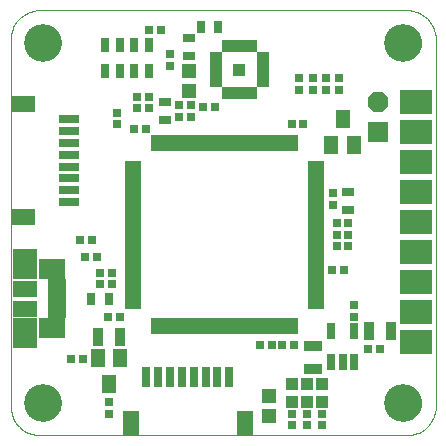
<source format=gts>
G75*
G70*
%OFA0B0*%
%FSLAX24Y24*%
%IPPOS*%
%LPD*%
%AMOC8*
5,1,8,0,0,1.08239X$1,22.5*
%
%ADD10C,0.0000*%
%ADD11C,0.1261*%
%ADD12R,0.0316X0.0513*%
%ADD13R,0.0277X0.0316*%
%ADD14R,0.0395X0.0194*%
%ADD15R,0.0194X0.0395*%
%ADD16R,0.0394X0.0394*%
%ADD17R,0.0316X0.0434*%
%ADD18R,0.0434X0.0316*%
%ADD19R,0.0316X0.0277*%
%ADD20R,0.0300X0.0580*%
%ADD21R,0.0474X0.0631*%
%ADD22R,0.0690X0.0316*%
%ADD23R,0.0789X0.0552*%
%ADD24R,0.1080X0.0830*%
%ADD25R,0.0356X0.0592*%
%ADD26R,0.0592X0.0356*%
%ADD27R,0.0623X0.0257*%
%ADD28R,0.0907X0.0661*%
%ADD29R,0.0828X0.1015*%
%ADD30R,0.0828X0.0543*%
%ADD31R,0.0316X0.0690*%
%ADD32R,0.0552X0.0789*%
%ADD33R,0.0474X0.0513*%
%ADD34R,0.0395X0.0395*%
%ADD35R,0.0552X0.0198*%
%ADD36R,0.0198X0.0552*%
%ADD37R,0.0680X0.0680*%
%ADD38OC8,0.0680*%
D10*
X011483Y005999D02*
X011483Y018203D01*
X011485Y018265D01*
X011491Y018326D01*
X011500Y018387D01*
X011514Y018448D01*
X011531Y018507D01*
X011552Y018565D01*
X011577Y018622D01*
X011605Y018677D01*
X011636Y018730D01*
X011671Y018781D01*
X011709Y018830D01*
X011750Y018877D01*
X011793Y018920D01*
X011840Y018961D01*
X011889Y018999D01*
X011940Y019034D01*
X011993Y019065D01*
X012048Y019093D01*
X012105Y019118D01*
X012163Y019139D01*
X012222Y019156D01*
X012283Y019170D01*
X012344Y019179D01*
X012405Y019185D01*
X012467Y019187D01*
X012467Y019188D02*
X024672Y019188D01*
X024672Y019187D02*
X024734Y019185D01*
X024795Y019179D01*
X024856Y019170D01*
X024917Y019156D01*
X024976Y019139D01*
X025034Y019118D01*
X025091Y019093D01*
X025146Y019065D01*
X025199Y019034D01*
X025250Y018999D01*
X025299Y018961D01*
X025346Y018920D01*
X025389Y018877D01*
X025430Y018830D01*
X025468Y018781D01*
X025503Y018730D01*
X025534Y018677D01*
X025562Y018622D01*
X025587Y018565D01*
X025608Y018507D01*
X025625Y018448D01*
X025639Y018387D01*
X025648Y018326D01*
X025654Y018265D01*
X025656Y018203D01*
X025656Y005999D01*
X025654Y005937D01*
X025648Y005876D01*
X025639Y005815D01*
X025625Y005754D01*
X025608Y005695D01*
X025587Y005637D01*
X025562Y005580D01*
X025534Y005525D01*
X025503Y005472D01*
X025468Y005421D01*
X025430Y005372D01*
X025389Y005325D01*
X025346Y005282D01*
X025299Y005241D01*
X025250Y005203D01*
X025199Y005168D01*
X025146Y005137D01*
X025091Y005109D01*
X025034Y005084D01*
X024976Y005063D01*
X024917Y005046D01*
X024856Y005032D01*
X024795Y005023D01*
X024734Y005017D01*
X024672Y005015D01*
X024672Y005014D02*
X012467Y005014D01*
X012467Y005015D02*
X012405Y005017D01*
X012344Y005023D01*
X012283Y005032D01*
X012222Y005046D01*
X012163Y005063D01*
X012105Y005084D01*
X012048Y005109D01*
X011993Y005137D01*
X011940Y005168D01*
X011889Y005203D01*
X011840Y005241D01*
X011793Y005282D01*
X011750Y005325D01*
X011709Y005372D01*
X011671Y005421D01*
X011636Y005472D01*
X011605Y005525D01*
X011577Y005580D01*
X011552Y005637D01*
X011531Y005695D01*
X011514Y005754D01*
X011500Y005815D01*
X011491Y005876D01*
X011485Y005937D01*
X011483Y005999D01*
X011975Y006097D02*
X011977Y006145D01*
X011983Y006193D01*
X011993Y006240D01*
X012006Y006286D01*
X012024Y006331D01*
X012044Y006375D01*
X012069Y006417D01*
X012097Y006456D01*
X012127Y006493D01*
X012161Y006527D01*
X012198Y006559D01*
X012236Y006588D01*
X012277Y006613D01*
X012320Y006635D01*
X012365Y006653D01*
X012411Y006667D01*
X012458Y006678D01*
X012506Y006685D01*
X012554Y006688D01*
X012602Y006687D01*
X012650Y006682D01*
X012698Y006673D01*
X012744Y006661D01*
X012789Y006644D01*
X012833Y006624D01*
X012875Y006601D01*
X012915Y006574D01*
X012953Y006544D01*
X012988Y006511D01*
X013020Y006475D01*
X013050Y006437D01*
X013076Y006396D01*
X013098Y006353D01*
X013118Y006309D01*
X013133Y006264D01*
X013145Y006217D01*
X013153Y006169D01*
X013157Y006121D01*
X013157Y006073D01*
X013153Y006025D01*
X013145Y005977D01*
X013133Y005930D01*
X013118Y005885D01*
X013098Y005841D01*
X013076Y005798D01*
X013050Y005757D01*
X013020Y005719D01*
X012988Y005683D01*
X012953Y005650D01*
X012915Y005620D01*
X012875Y005593D01*
X012833Y005570D01*
X012789Y005550D01*
X012744Y005533D01*
X012698Y005521D01*
X012650Y005512D01*
X012602Y005507D01*
X012554Y005506D01*
X012506Y005509D01*
X012458Y005516D01*
X012411Y005527D01*
X012365Y005541D01*
X012320Y005559D01*
X012277Y005581D01*
X012236Y005606D01*
X012198Y005635D01*
X012161Y005667D01*
X012127Y005701D01*
X012097Y005738D01*
X012069Y005777D01*
X012044Y005819D01*
X012024Y005863D01*
X012006Y005908D01*
X011993Y005954D01*
X011983Y006001D01*
X011977Y006049D01*
X011975Y006097D01*
X023983Y006097D02*
X023985Y006145D01*
X023991Y006193D01*
X024001Y006240D01*
X024014Y006286D01*
X024032Y006331D01*
X024052Y006375D01*
X024077Y006417D01*
X024105Y006456D01*
X024135Y006493D01*
X024169Y006527D01*
X024206Y006559D01*
X024244Y006588D01*
X024285Y006613D01*
X024328Y006635D01*
X024373Y006653D01*
X024419Y006667D01*
X024466Y006678D01*
X024514Y006685D01*
X024562Y006688D01*
X024610Y006687D01*
X024658Y006682D01*
X024706Y006673D01*
X024752Y006661D01*
X024797Y006644D01*
X024841Y006624D01*
X024883Y006601D01*
X024923Y006574D01*
X024961Y006544D01*
X024996Y006511D01*
X025028Y006475D01*
X025058Y006437D01*
X025084Y006396D01*
X025106Y006353D01*
X025126Y006309D01*
X025141Y006264D01*
X025153Y006217D01*
X025161Y006169D01*
X025165Y006121D01*
X025165Y006073D01*
X025161Y006025D01*
X025153Y005977D01*
X025141Y005930D01*
X025126Y005885D01*
X025106Y005841D01*
X025084Y005798D01*
X025058Y005757D01*
X025028Y005719D01*
X024996Y005683D01*
X024961Y005650D01*
X024923Y005620D01*
X024883Y005593D01*
X024841Y005570D01*
X024797Y005550D01*
X024752Y005533D01*
X024706Y005521D01*
X024658Y005512D01*
X024610Y005507D01*
X024562Y005506D01*
X024514Y005509D01*
X024466Y005516D01*
X024419Y005527D01*
X024373Y005541D01*
X024328Y005559D01*
X024285Y005581D01*
X024244Y005606D01*
X024206Y005635D01*
X024169Y005667D01*
X024135Y005701D01*
X024105Y005738D01*
X024077Y005777D01*
X024052Y005819D01*
X024032Y005863D01*
X024014Y005908D01*
X024001Y005954D01*
X023991Y006001D01*
X023985Y006049D01*
X023983Y006097D01*
X023983Y018105D02*
X023985Y018153D01*
X023991Y018201D01*
X024001Y018248D01*
X024014Y018294D01*
X024032Y018339D01*
X024052Y018383D01*
X024077Y018425D01*
X024105Y018464D01*
X024135Y018501D01*
X024169Y018535D01*
X024206Y018567D01*
X024244Y018596D01*
X024285Y018621D01*
X024328Y018643D01*
X024373Y018661D01*
X024419Y018675D01*
X024466Y018686D01*
X024514Y018693D01*
X024562Y018696D01*
X024610Y018695D01*
X024658Y018690D01*
X024706Y018681D01*
X024752Y018669D01*
X024797Y018652D01*
X024841Y018632D01*
X024883Y018609D01*
X024923Y018582D01*
X024961Y018552D01*
X024996Y018519D01*
X025028Y018483D01*
X025058Y018445D01*
X025084Y018404D01*
X025106Y018361D01*
X025126Y018317D01*
X025141Y018272D01*
X025153Y018225D01*
X025161Y018177D01*
X025165Y018129D01*
X025165Y018081D01*
X025161Y018033D01*
X025153Y017985D01*
X025141Y017938D01*
X025126Y017893D01*
X025106Y017849D01*
X025084Y017806D01*
X025058Y017765D01*
X025028Y017727D01*
X024996Y017691D01*
X024961Y017658D01*
X024923Y017628D01*
X024883Y017601D01*
X024841Y017578D01*
X024797Y017558D01*
X024752Y017541D01*
X024706Y017529D01*
X024658Y017520D01*
X024610Y017515D01*
X024562Y017514D01*
X024514Y017517D01*
X024466Y017524D01*
X024419Y017535D01*
X024373Y017549D01*
X024328Y017567D01*
X024285Y017589D01*
X024244Y017614D01*
X024206Y017643D01*
X024169Y017675D01*
X024135Y017709D01*
X024105Y017746D01*
X024077Y017785D01*
X024052Y017827D01*
X024032Y017871D01*
X024014Y017916D01*
X024001Y017962D01*
X023991Y018009D01*
X023985Y018057D01*
X023983Y018105D01*
X011975Y018105D02*
X011977Y018153D01*
X011983Y018201D01*
X011993Y018248D01*
X012006Y018294D01*
X012024Y018339D01*
X012044Y018383D01*
X012069Y018425D01*
X012097Y018464D01*
X012127Y018501D01*
X012161Y018535D01*
X012198Y018567D01*
X012236Y018596D01*
X012277Y018621D01*
X012320Y018643D01*
X012365Y018661D01*
X012411Y018675D01*
X012458Y018686D01*
X012506Y018693D01*
X012554Y018696D01*
X012602Y018695D01*
X012650Y018690D01*
X012698Y018681D01*
X012744Y018669D01*
X012789Y018652D01*
X012833Y018632D01*
X012875Y018609D01*
X012915Y018582D01*
X012953Y018552D01*
X012988Y018519D01*
X013020Y018483D01*
X013050Y018445D01*
X013076Y018404D01*
X013098Y018361D01*
X013118Y018317D01*
X013133Y018272D01*
X013145Y018225D01*
X013153Y018177D01*
X013157Y018129D01*
X013157Y018081D01*
X013153Y018033D01*
X013145Y017985D01*
X013133Y017938D01*
X013118Y017893D01*
X013098Y017849D01*
X013076Y017806D01*
X013050Y017765D01*
X013020Y017727D01*
X012988Y017691D01*
X012953Y017658D01*
X012915Y017628D01*
X012875Y017601D01*
X012833Y017578D01*
X012789Y017558D01*
X012744Y017541D01*
X012698Y017529D01*
X012650Y017520D01*
X012602Y017515D01*
X012554Y017514D01*
X012506Y017517D01*
X012458Y017524D01*
X012411Y017535D01*
X012365Y017549D01*
X012320Y017567D01*
X012277Y017589D01*
X012236Y017614D01*
X012198Y017643D01*
X012161Y017675D01*
X012127Y017709D01*
X012097Y017746D01*
X012069Y017785D01*
X012044Y017827D01*
X012024Y017871D01*
X012006Y017916D01*
X011993Y017962D01*
X011983Y018009D01*
X011977Y018057D01*
X011975Y018105D01*
D11*
X012566Y018105D03*
X024574Y018105D03*
X024574Y006097D03*
X012566Y006097D03*
D12*
X014620Y017144D03*
X015112Y017144D03*
X015604Y017144D03*
X016096Y017144D03*
X016096Y018010D03*
X015604Y018010D03*
X015112Y018010D03*
X014620Y018010D03*
D13*
X016099Y018514D03*
X016492Y018514D03*
X017911Y015952D03*
X018305Y015952D03*
X015992Y015233D03*
X015599Y015233D03*
X020849Y015389D03*
X021242Y015389D03*
X022349Y012077D03*
X022742Y012077D03*
X022742Y011702D03*
X022742Y011327D03*
X022349Y011327D03*
X022349Y011702D03*
X022193Y010514D03*
X022586Y010514D03*
X020930Y008014D03*
X020536Y008014D03*
X020180Y008014D03*
X019786Y008014D03*
X023411Y007889D03*
X023805Y007889D03*
X015117Y008952D03*
X014724Y008952D03*
X014867Y010046D03*
X014867Y010421D03*
X014474Y010421D03*
X014474Y010046D03*
X014367Y010952D03*
X013974Y010952D03*
X013786Y011514D03*
X014180Y011514D03*
X013899Y007546D03*
X013505Y007546D03*
D14*
X018321Y016710D03*
X018321Y016907D03*
X018321Y017103D03*
X018321Y017300D03*
X018321Y017497D03*
X018321Y017694D03*
X019896Y017694D03*
X019896Y017497D03*
X019896Y017300D03*
X019896Y017103D03*
X019896Y016907D03*
X019896Y016710D03*
D15*
X019600Y016414D03*
X019403Y016414D03*
X019207Y016414D03*
X019010Y016414D03*
X018813Y016414D03*
X018616Y016414D03*
X018616Y017989D03*
X018813Y017989D03*
X019010Y017989D03*
X019207Y017989D03*
X019403Y017989D03*
X019600Y017989D03*
D16*
X019108Y017202D03*
D17*
X018403Y018639D03*
X017813Y018639D03*
X014747Y009546D03*
X014157Y009546D03*
D18*
X022733Y012532D03*
X022733Y013122D03*
X016639Y015532D03*
X016639Y016122D03*
X017421Y017657D03*
X017421Y018247D03*
D19*
X016796Y017711D03*
X016796Y017318D03*
X016108Y016305D03*
X015702Y016305D03*
X015702Y015911D03*
X016108Y015911D03*
X017108Y016024D03*
X017483Y016024D03*
X017483Y015630D03*
X017108Y015630D03*
X015014Y015774D03*
X015014Y015380D03*
X021108Y016536D03*
X021108Y016930D03*
X021546Y016930D03*
X021983Y016930D03*
X022421Y016930D03*
X022421Y016536D03*
X021983Y016536D03*
X021546Y016536D03*
X022233Y013086D03*
X022233Y012693D03*
X022921Y009367D03*
X022921Y008974D03*
X021858Y005742D03*
X021858Y005349D03*
X021358Y005349D03*
X021358Y005742D03*
X020858Y005742D03*
X020858Y005349D03*
X014764Y005724D03*
X014764Y006117D03*
D20*
X022176Y007473D03*
X022546Y007473D03*
X022916Y007473D03*
X022916Y008493D03*
X022176Y008493D03*
D21*
X015138Y007604D03*
X014390Y007604D03*
X014764Y006738D03*
X022172Y014706D03*
X022920Y014706D03*
X022546Y015572D03*
D22*
X013436Y015549D03*
X013436Y015155D03*
X013436Y014761D03*
X013436Y014367D03*
X013436Y013974D03*
X013436Y013580D03*
X013436Y013186D03*
X013436Y012793D03*
D23*
X011910Y012281D03*
X011910Y016060D03*
D24*
X025008Y016139D03*
X025008Y015139D03*
X025008Y014139D03*
X025008Y013139D03*
X025008Y012139D03*
X025008Y011139D03*
X025008Y010139D03*
X025008Y009139D03*
X025008Y008139D03*
D25*
X024170Y008483D03*
X023422Y008483D03*
X015138Y008296D03*
X014390Y008296D03*
D26*
X021577Y007982D03*
X021577Y007234D03*
D27*
X013014Y009065D03*
X013014Y009321D03*
X013014Y009577D03*
X013014Y009833D03*
X013014Y010089D03*
D28*
X012873Y010546D03*
X012873Y008607D03*
D29*
X011967Y008430D03*
X011967Y010724D03*
D30*
X011967Y009900D03*
X011967Y009242D03*
D31*
X016011Y006967D03*
X016405Y006967D03*
X016799Y006967D03*
X017193Y006967D03*
X017586Y006967D03*
X017980Y006967D03*
X018374Y006967D03*
X018767Y006967D03*
D32*
X019279Y005441D03*
X015500Y005441D03*
D33*
X020108Y005648D03*
X020108Y006318D03*
X017421Y016492D03*
X017421Y017162D03*
D34*
X020858Y006716D03*
X021358Y006716D03*
X021858Y006716D03*
X021858Y006125D03*
X021358Y006125D03*
X020858Y006125D03*
D35*
X021659Y009340D03*
X021659Y009537D03*
X021659Y009733D03*
X021659Y009930D03*
X021659Y010127D03*
X021659Y010324D03*
X021659Y010521D03*
X021659Y010718D03*
X021659Y010914D03*
X021659Y011111D03*
X021659Y011308D03*
X021659Y011505D03*
X021659Y011702D03*
X021659Y011899D03*
X021659Y012096D03*
X021659Y012292D03*
X021659Y012489D03*
X021659Y012686D03*
X021659Y012883D03*
X021659Y013080D03*
X021659Y013277D03*
X021659Y013474D03*
X021659Y013670D03*
X021659Y013867D03*
X021659Y014064D03*
X015557Y014064D03*
X015557Y013867D03*
X015557Y013670D03*
X015557Y013474D03*
X015557Y013277D03*
X015557Y013080D03*
X015557Y012883D03*
X015557Y012686D03*
X015557Y012489D03*
X015557Y012292D03*
X015557Y012096D03*
X015557Y011899D03*
X015557Y011702D03*
X015557Y011505D03*
X015557Y011308D03*
X015557Y011111D03*
X015557Y010914D03*
X015557Y010718D03*
X015557Y010521D03*
X015557Y010324D03*
X015557Y010127D03*
X015557Y009930D03*
X015557Y009733D03*
X015557Y009537D03*
X015557Y009340D03*
D36*
X016246Y008651D03*
X016443Y008651D03*
X016640Y008651D03*
X016836Y008651D03*
X017033Y008651D03*
X017230Y008651D03*
X017427Y008651D03*
X017624Y008651D03*
X017821Y008651D03*
X018018Y008651D03*
X018214Y008651D03*
X018411Y008651D03*
X018608Y008651D03*
X018805Y008651D03*
X019002Y008651D03*
X019199Y008651D03*
X019396Y008651D03*
X019592Y008651D03*
X019789Y008651D03*
X019986Y008651D03*
X020183Y008651D03*
X020380Y008651D03*
X020577Y008651D03*
X020773Y008651D03*
X020970Y008651D03*
X020970Y014753D03*
X020773Y014753D03*
X020577Y014753D03*
X020380Y014753D03*
X020183Y014753D03*
X019986Y014753D03*
X019789Y014753D03*
X019592Y014753D03*
X019396Y014753D03*
X019199Y014753D03*
X019002Y014753D03*
X018805Y014753D03*
X018608Y014753D03*
X018411Y014753D03*
X018214Y014753D03*
X018018Y014753D03*
X017821Y014753D03*
X017624Y014753D03*
X017427Y014753D03*
X017230Y014753D03*
X017033Y014753D03*
X016836Y014753D03*
X016640Y014753D03*
X016443Y014753D03*
X016246Y014753D03*
D37*
X023733Y015139D03*
D38*
X023733Y016139D03*
M02*

</source>
